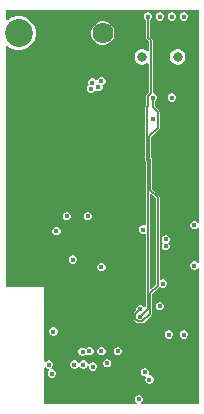
<source format=gbl>
G04*
G04 #@! TF.GenerationSoftware,Altium Limited,Altium Designer,22.8.2 (66)*
G04*
G04 Layer_Physical_Order=8*
G04 Layer_Color=16711680*
%FSLAX44Y44*%
%MOMM*%
G71*
G04*
G04 #@! TF.SameCoordinates,1C822ADC-4D7C-47C7-80CC-BC155C960612*
G04*
G04*
G04 #@! TF.FilePolarity,Positive*
G04*
G01*
G75*
%ADD43C,0.1270*%
%ADD46C,2.3600*%
%ADD47C,1.7850*%
%ADD48C,0.8000*%
%ADD49C,0.4500*%
G36*
X1739131Y409779D02*
X1737861Y409527D01*
X1737804Y409664D01*
X1736814Y410654D01*
X1735520Y411190D01*
X1734120D01*
X1732826Y410654D01*
X1731836Y409664D01*
X1731300Y408370D01*
Y406970D01*
X1731836Y405676D01*
X1732826Y404686D01*
X1734120Y404150D01*
X1735520D01*
X1736814Y404686D01*
X1737804Y405676D01*
X1737861Y405813D01*
X1739131Y405561D01*
Y375489D01*
X1737861Y375237D01*
X1737804Y375374D01*
X1736814Y376364D01*
X1735520Y376900D01*
X1734120D01*
X1732826Y376364D01*
X1731836Y375374D01*
X1731300Y374080D01*
Y372680D01*
X1731836Y371386D01*
X1732826Y370396D01*
X1734120Y369860D01*
X1735520D01*
X1736814Y370396D01*
X1737804Y371386D01*
X1737861Y371523D01*
X1739131Y371271D01*
Y256039D01*
X1689939D01*
X1689687Y257309D01*
X1689824Y257366D01*
X1690814Y258356D01*
X1691350Y259650D01*
Y261050D01*
X1690814Y262344D01*
X1689824Y263334D01*
X1688530Y263870D01*
X1687130D01*
X1685836Y263334D01*
X1684846Y262344D01*
X1684310Y261050D01*
Y259650D01*
X1684846Y258356D01*
X1685836Y257366D01*
X1685973Y257309D01*
X1685721Y256039D01*
X1607724D01*
Y286726D01*
X1608994Y287218D01*
X1609636Y286576D01*
X1610930Y286040D01*
X1611633D01*
X1611897Y285496D01*
X1612022Y284770D01*
X1611186Y283934D01*
X1610650Y282640D01*
Y281240D01*
X1611186Y279946D01*
X1612176Y278956D01*
X1613470Y278420D01*
X1614870D01*
X1616164Y278956D01*
X1617154Y279946D01*
X1617690Y281240D01*
Y282640D01*
X1617154Y283934D01*
X1616164Y284924D01*
X1614870Y285460D01*
X1614167D01*
X1613903Y286004D01*
X1613778Y286730D01*
X1614614Y287566D01*
X1615150Y288860D01*
Y290260D01*
X1614614Y291554D01*
X1613624Y292544D01*
X1612330Y293080D01*
X1610930D01*
X1609636Y292544D01*
X1608994Y291902D01*
X1607724Y292395D01*
Y355313D01*
X1575569D01*
Y558909D01*
X1576742Y559395D01*
X1577370Y558767D01*
X1580631Y556885D01*
X1584268Y555910D01*
X1588033D01*
X1591670Y556885D01*
X1594931Y558767D01*
X1597593Y561430D01*
X1599476Y564691D01*
X1600450Y568328D01*
Y572093D01*
X1599476Y575730D01*
X1597593Y578991D01*
X1594931Y581653D01*
X1591670Y583536D01*
X1588033Y584510D01*
X1584268D01*
X1580631Y583536D01*
X1577370Y581653D01*
X1576742Y581026D01*
X1575569Y581512D01*
Y589781D01*
X1739131D01*
Y409779D01*
D02*
G37*
%LPC*%
G36*
X1726630Y587720D02*
X1725230D01*
X1723936Y587184D01*
X1722946Y586194D01*
X1722410Y584900D01*
Y583500D01*
X1722946Y582206D01*
X1723936Y581216D01*
X1725230Y580680D01*
X1726630D01*
X1727924Y581216D01*
X1728914Y582206D01*
X1729450Y583500D01*
Y584900D01*
X1728914Y586194D01*
X1727924Y587184D01*
X1726630Y587720D01*
D02*
G37*
G36*
X1716470D02*
X1715070D01*
X1713776Y587184D01*
X1712786Y586194D01*
X1712250Y584900D01*
Y583500D01*
X1712786Y582206D01*
X1713776Y581216D01*
X1715070Y580680D01*
X1716470D01*
X1717764Y581216D01*
X1718754Y582206D01*
X1719290Y583500D01*
Y584900D01*
X1718754Y586194D01*
X1717764Y587184D01*
X1716470Y587720D01*
D02*
G37*
G36*
X1706310D02*
X1704910D01*
X1703616Y587184D01*
X1702626Y586194D01*
X1702090Y584900D01*
Y583500D01*
X1702626Y582206D01*
X1703616Y581216D01*
X1704910Y580680D01*
X1706310D01*
X1707604Y581216D01*
X1708594Y582206D01*
X1709130Y583500D01*
Y584900D01*
X1708594Y586194D01*
X1707604Y587184D01*
X1706310Y587720D01*
D02*
G37*
G36*
X1658642Y580024D02*
X1656058D01*
X1653562Y579355D01*
X1651324Y578063D01*
X1649497Y576236D01*
X1648205Y573998D01*
X1647536Y571502D01*
Y568918D01*
X1648205Y566422D01*
X1649497Y564184D01*
X1651324Y562357D01*
X1653562Y561065D01*
X1656058Y560396D01*
X1658642D01*
X1661138Y561065D01*
X1663376Y562357D01*
X1665203Y564184D01*
X1666495Y566422D01*
X1667164Y568918D01*
Y571502D01*
X1666495Y573998D01*
X1665203Y576236D01*
X1663376Y578063D01*
X1661138Y579355D01*
X1658642Y580024D01*
D02*
G37*
G36*
X1696150Y587720D02*
X1694750D01*
X1693456Y587184D01*
X1692466Y586194D01*
X1691930Y584900D01*
Y583500D01*
X1692466Y582206D01*
X1693456Y581216D01*
X1693800Y581073D01*
Y566288D01*
X1694284Y565121D01*
X1696095Y563310D01*
Y555413D01*
X1694825Y554887D01*
X1694601Y555111D01*
X1693119Y555967D01*
X1691465Y556410D01*
X1689754D01*
X1688101Y555967D01*
X1686619Y555111D01*
X1685408Y553901D01*
X1684553Y552419D01*
X1684110Y550766D01*
Y549054D01*
X1684553Y547401D01*
X1685408Y545919D01*
X1686619Y544709D01*
X1688101Y543853D01*
X1689754Y543410D01*
X1691465D01*
X1693119Y543853D01*
X1694601Y544709D01*
X1694825Y544933D01*
X1696095Y544407D01*
Y520319D01*
X1694284Y518507D01*
X1693800Y517341D01*
Y509248D01*
X1693423Y508871D01*
X1692940Y507704D01*
Y463084D01*
X1693423Y461917D01*
X1693800Y461540D01*
Y407992D01*
X1692530Y407158D01*
X1691995Y407380D01*
X1690595D01*
X1689301Y406844D01*
X1688311Y405854D01*
X1687775Y404560D01*
Y403160D01*
X1688311Y401866D01*
X1689301Y400876D01*
X1690595Y400340D01*
X1691995D01*
X1692530Y400562D01*
X1693800Y399728D01*
Y338524D01*
X1693541Y338345D01*
X1692084Y338544D01*
X1691094Y339534D01*
X1689800Y340070D01*
X1688400D01*
X1687106Y339534D01*
X1686116Y338544D01*
X1685580Y337250D01*
Y335850D01*
X1685723Y335505D01*
X1683779Y333561D01*
X1683295Y332395D01*
Y328479D01*
X1683779Y327313D01*
X1686212Y324879D01*
X1687379Y324395D01*
X1690821D01*
X1691987Y324879D01*
X1698143Y331034D01*
X1698626Y332201D01*
Y334340D01*
X1698775Y334489D01*
X1699259Y335656D01*
Y349526D01*
X1704926Y355193D01*
X1705921Y355391D01*
X1706156Y355156D01*
X1707450Y354620D01*
X1708850D01*
X1710144Y355156D01*
X1711134Y356146D01*
X1711670Y357440D01*
Y358840D01*
X1711134Y360134D01*
X1710144Y361124D01*
X1708850Y361660D01*
X1707450D01*
X1706680Y361341D01*
X1705410Y362037D01*
Y431076D01*
X1704926Y432242D01*
X1699259Y437910D01*
Y463117D01*
X1698775Y464284D01*
X1698398Y464661D01*
Y482453D01*
X1704926Y488981D01*
X1705410Y490147D01*
Y503355D01*
X1704926Y504521D01*
X1701254Y508193D01*
Y512493D01*
X1701599Y512636D01*
X1702589Y513626D01*
X1703125Y514920D01*
Y516320D01*
X1702589Y517614D01*
X1701599Y518604D01*
X1700305Y519140D01*
X1699726D01*
X1699394Y519636D01*
Y563993D01*
X1698911Y565160D01*
X1697100Y566971D01*
Y581073D01*
X1697444Y581216D01*
X1698434Y582206D01*
X1698970Y583500D01*
Y584900D01*
X1698434Y586194D01*
X1697444Y587184D01*
X1696150Y587720D01*
D02*
G37*
G36*
X1721466Y556410D02*
X1719754D01*
X1718101Y555967D01*
X1716619Y555111D01*
X1715409Y553901D01*
X1714553Y552419D01*
X1714110Y550766D01*
Y549054D01*
X1714553Y547401D01*
X1715409Y545919D01*
X1716619Y544709D01*
X1718101Y543853D01*
X1719754Y543410D01*
X1721466D01*
X1723119Y543853D01*
X1724601Y544709D01*
X1725811Y545919D01*
X1726667Y547401D01*
X1727110Y549054D01*
Y550766D01*
X1726667Y552419D01*
X1725811Y553901D01*
X1724601Y555111D01*
X1723119Y555967D01*
X1721466Y556410D01*
D02*
G37*
G36*
X1656780Y533110D02*
X1655380D01*
X1654086Y532574D01*
X1653096Y531584D01*
X1652694Y530614D01*
X1651870Y530416D01*
X1651591Y530390D01*
X1651342Y530416D01*
X1650454Y531304D01*
X1649160Y531840D01*
X1647760D01*
X1646466Y531304D01*
X1645476Y530314D01*
X1644940Y529020D01*
Y527620D01*
X1645471Y526338D01*
X1645196Y526224D01*
X1644206Y525234D01*
X1643670Y523940D01*
Y522540D01*
X1644206Y521246D01*
X1645196Y520256D01*
X1646490Y519720D01*
X1647890D01*
X1649184Y520256D01*
X1650102Y521174D01*
X1650439Y521402D01*
X1651466Y521606D01*
X1651546Y521526D01*
X1652840Y520990D01*
X1654240D01*
X1655534Y521526D01*
X1656524Y522516D01*
X1657060Y523810D01*
Y525210D01*
X1656733Y525999D01*
X1656780Y526070D01*
X1658074Y526606D01*
X1659064Y527596D01*
X1659600Y528890D01*
Y530290D01*
X1659064Y531584D01*
X1658074Y532574D01*
X1656780Y533110D01*
D02*
G37*
G36*
X1716470Y519140D02*
X1715070D01*
X1713776Y518604D01*
X1712786Y517614D01*
X1712250Y516320D01*
Y514920D01*
X1712786Y513626D01*
X1713776Y512636D01*
X1715070Y512100D01*
X1716470D01*
X1717764Y512636D01*
X1718754Y513626D01*
X1719290Y514920D01*
Y516320D01*
X1718754Y517614D01*
X1717764Y518604D01*
X1716470Y519140D01*
D02*
G37*
G36*
X1645350Y418810D02*
X1643950D01*
X1642656Y418274D01*
X1641666Y417284D01*
X1641130Y415990D01*
Y414590D01*
X1641666Y413296D01*
X1642656Y412306D01*
X1643950Y411770D01*
X1645350D01*
X1646644Y412306D01*
X1647634Y413296D01*
X1648170Y414590D01*
Y415990D01*
X1647634Y417284D01*
X1646644Y418274D01*
X1645350Y418810D01*
D02*
G37*
G36*
X1627570D02*
X1626170D01*
X1624876Y418274D01*
X1623886Y417284D01*
X1623350Y415990D01*
Y414590D01*
X1623886Y413296D01*
X1624876Y412306D01*
X1626170Y411770D01*
X1627570D01*
X1628864Y412306D01*
X1629854Y413296D01*
X1630390Y414590D01*
Y415990D01*
X1629854Y417284D01*
X1628864Y418274D01*
X1627570Y418810D01*
D02*
G37*
G36*
X1618680Y406110D02*
X1617280D01*
X1615986Y405574D01*
X1614996Y404584D01*
X1614460Y403290D01*
Y401890D01*
X1614996Y400596D01*
X1615986Y399606D01*
X1617280Y399070D01*
X1618680D01*
X1619974Y399606D01*
X1620964Y400596D01*
X1621500Y401890D01*
Y403290D01*
X1620964Y404584D01*
X1619974Y405574D01*
X1618680Y406110D01*
D02*
G37*
G36*
X1711390Y399180D02*
X1709990D01*
X1708696Y398644D01*
X1707706Y397654D01*
X1707170Y396360D01*
Y394960D01*
X1707706Y393666D01*
X1708597Y392775D01*
X1707706Y391884D01*
X1707170Y390590D01*
Y389190D01*
X1707706Y387896D01*
X1708696Y386906D01*
X1709990Y386370D01*
X1711390D01*
X1712684Y386906D01*
X1713674Y387896D01*
X1714210Y389190D01*
Y390590D01*
X1713674Y391884D01*
X1712783Y392775D01*
X1713674Y393666D01*
X1714210Y394960D01*
Y396360D01*
X1713674Y397654D01*
X1712684Y398644D01*
X1711390Y399180D01*
D02*
G37*
G36*
X1632650Y381980D02*
X1631250D01*
X1629956Y381444D01*
X1628966Y380454D01*
X1628430Y379160D01*
Y377760D01*
X1628966Y376466D01*
X1629956Y375476D01*
X1631250Y374940D01*
X1632650D01*
X1633944Y375476D01*
X1634934Y376466D01*
X1635470Y377760D01*
Y379160D01*
X1634934Y380454D01*
X1633944Y381444D01*
X1632650Y381980D01*
D02*
G37*
G36*
X1656780Y375630D02*
X1655380D01*
X1654086Y375094D01*
X1653096Y374104D01*
X1652560Y372810D01*
Y371410D01*
X1653096Y370116D01*
X1654086Y369126D01*
X1655380Y368590D01*
X1656780D01*
X1658074Y369126D01*
X1659064Y370116D01*
X1659600Y371410D01*
Y372810D01*
X1659064Y374104D01*
X1658074Y375094D01*
X1656780Y375630D01*
D02*
G37*
G36*
X1706310Y342610D02*
X1704910D01*
X1703616Y342074D01*
X1702626Y341084D01*
X1702090Y339790D01*
Y338390D01*
X1702626Y337096D01*
X1703616Y336106D01*
X1704910Y335570D01*
X1706310D01*
X1707604Y336106D01*
X1708594Y337096D01*
X1709130Y338390D01*
Y339790D01*
X1708594Y341084D01*
X1707604Y342074D01*
X1706310Y342610D01*
D02*
G37*
G36*
X1616140Y321020D02*
X1614740D01*
X1613446Y320484D01*
X1612456Y319494D01*
X1611920Y318200D01*
Y316800D01*
X1612456Y315506D01*
X1613446Y314516D01*
X1614740Y313980D01*
X1616140D01*
X1617434Y314516D01*
X1618424Y315506D01*
X1618960Y316800D01*
Y318200D01*
X1618424Y319494D01*
X1617434Y320484D01*
X1616140Y321020D01*
D02*
G37*
G36*
X1726630Y318480D02*
X1725230D01*
X1723936Y317944D01*
X1722946Y316954D01*
X1722410Y315660D01*
Y314260D01*
X1722946Y312966D01*
X1723936Y311976D01*
X1725230Y311440D01*
X1726630D01*
X1727924Y311976D01*
X1728914Y312966D01*
X1729450Y314260D01*
Y315660D01*
X1728914Y316954D01*
X1727924Y317944D01*
X1726630Y318480D01*
D02*
G37*
G36*
X1713930D02*
X1712530D01*
X1711236Y317944D01*
X1710246Y316954D01*
X1709710Y315660D01*
Y314260D01*
X1710246Y312966D01*
X1711236Y311976D01*
X1712530Y311440D01*
X1713930D01*
X1715224Y311976D01*
X1716214Y312966D01*
X1716750Y314260D01*
Y315660D01*
X1716214Y316954D01*
X1715224Y317944D01*
X1713930Y318480D01*
D02*
G37*
G36*
X1646620Y304510D02*
X1645220D01*
X1643926Y303974D01*
X1642936Y302984D01*
X1642262Y303358D01*
X1642167Y303452D01*
X1640874Y303988D01*
X1639473D01*
X1638180Y303452D01*
X1637189Y302462D01*
X1636653Y301168D01*
Y299768D01*
X1637189Y298474D01*
X1638180Y297484D01*
X1639473Y296948D01*
X1640874D01*
X1642167Y297484D01*
X1643158Y298474D01*
X1643832Y298100D01*
X1643926Y298006D01*
X1645220Y297470D01*
X1646620D01*
X1647914Y298006D01*
X1648904Y298996D01*
X1649440Y300290D01*
Y301690D01*
X1648904Y302984D01*
X1647914Y303974D01*
X1646620Y304510D01*
D02*
G37*
G36*
X1670750D02*
X1669350D01*
X1668056Y303974D01*
X1667066Y302984D01*
X1666530Y301690D01*
Y300290D01*
X1667066Y298996D01*
X1668056Y298006D01*
X1669350Y297470D01*
X1670750D01*
X1672044Y298006D01*
X1673034Y298996D01*
X1673570Y300290D01*
Y301690D01*
X1673034Y302984D01*
X1672044Y303974D01*
X1670750Y304510D01*
D02*
G37*
G36*
X1656780D02*
X1655380D01*
X1654086Y303974D01*
X1653096Y302984D01*
X1652560Y301690D01*
Y300290D01*
X1653096Y298996D01*
X1654086Y298006D01*
X1655380Y297470D01*
X1656780D01*
X1658074Y298006D01*
X1659064Y298996D01*
X1659600Y300290D01*
Y301690D01*
X1659064Y302984D01*
X1658074Y303974D01*
X1656780Y304510D01*
D02*
G37*
G36*
X1641540Y293080D02*
X1640140D01*
X1638846Y292544D01*
X1637856Y291554D01*
X1637717Y291219D01*
X1636343D01*
X1636204Y291554D01*
X1635214Y292544D01*
X1633920Y293080D01*
X1632520D01*
X1631226Y292544D01*
X1630236Y291554D01*
X1629700Y290260D01*
Y288860D01*
X1630236Y287566D01*
X1631226Y286576D01*
X1632520Y286040D01*
X1633920D01*
X1635214Y286576D01*
X1636204Y287566D01*
X1636343Y287901D01*
X1637717D01*
X1637856Y287566D01*
X1638846Y286576D01*
X1640140Y286040D01*
X1641540D01*
X1642834Y286576D01*
X1643824Y287566D01*
X1644079Y288183D01*
X1644110Y288256D01*
X1645380Y288004D01*
X1645380Y287909D01*
Y287150D01*
X1645916Y285856D01*
X1646906Y284866D01*
X1648200Y284330D01*
X1649600D01*
X1650894Y284866D01*
X1651884Y285856D01*
X1652420Y287150D01*
Y288550D01*
X1651884Y289844D01*
X1650894Y290834D01*
X1649600Y291370D01*
X1648200D01*
X1646906Y290834D01*
X1645916Y289844D01*
X1645660Y289227D01*
X1645630Y289154D01*
X1644360Y289407D01*
X1644360Y289501D01*
Y290260D01*
X1643824Y291554D01*
X1642834Y292544D01*
X1641540Y293080D01*
D02*
G37*
G36*
X1661623Y294113D02*
X1660223D01*
X1658929Y293577D01*
X1657939Y292587D01*
X1657403Y291293D01*
Y289893D01*
X1657939Y288599D01*
X1658929Y287609D01*
X1660223Y287073D01*
X1661623D01*
X1662917Y287609D01*
X1663907Y288599D01*
X1664443Y289893D01*
Y291293D01*
X1663907Y292587D01*
X1662917Y293577D01*
X1661623Y294113D01*
D02*
G37*
G36*
X1693610Y286730D02*
X1692210D01*
X1690916Y286194D01*
X1689926Y285204D01*
X1689390Y283910D01*
Y282510D01*
X1689926Y281216D01*
X1690916Y280226D01*
X1692210Y279690D01*
X1692812D01*
X1692998Y279522D01*
X1693556Y278420D01*
X1693200Y277560D01*
Y276160D01*
X1693736Y274866D01*
X1694726Y273876D01*
X1696020Y273340D01*
X1697420D01*
X1698714Y273876D01*
X1699704Y274866D01*
X1700240Y276160D01*
Y277560D01*
X1699704Y278854D01*
X1698714Y279844D01*
X1697420Y280380D01*
X1696818D01*
X1696632Y280548D01*
X1696074Y281650D01*
X1696430Y282510D01*
Y283910D01*
X1695894Y285204D01*
X1694904Y286194D01*
X1693610Y286730D01*
D02*
G37*
%LPD*%
G36*
X1702110Y430393D02*
Y357043D01*
X1698273Y353206D01*
X1697100Y353692D01*
Y433744D01*
X1698273Y434230D01*
X1702110Y430393D01*
D02*
G37*
D43*
X1689100Y330200D02*
X1695450Y336550D01*
X1697609Y350209D02*
X1703760Y356360D01*
X1697609Y437227D02*
X1703760Y431076D01*
X1696748Y483136D02*
X1703760Y490147D01*
X1696748Y463978D02*
Y483136D01*
X1703760Y490147D02*
Y503355D01*
X1697609Y437227D02*
Y463117D01*
X1699605Y507510D02*
X1703760Y503355D01*
Y356360D02*
Y431076D01*
X1699605Y507510D02*
Y515620D01*
X1697609Y335656D02*
Y350209D01*
X1695450Y508565D02*
Y517341D01*
X1697745Y519636D01*
X1695450Y336550D02*
Y462223D01*
X1694589Y463084D02*
X1695450Y462223D01*
Y566288D02*
X1697745Y563993D01*
X1696748Y463978D02*
X1697609Y463117D01*
X1697745Y519636D02*
Y563993D01*
X1696977Y335023D02*
X1697609Y335656D01*
X1694589Y463084D02*
Y507704D01*
X1695450Y508565D01*
X1684945Y328479D02*
Y332395D01*
X1687379Y326045D02*
X1690821D01*
X1696977Y332201D02*
Y335023D01*
X1684945Y332395D02*
X1689100Y336550D01*
X1684945Y328479D02*
X1687379Y326045D01*
X1690821D02*
X1696977Y332201D01*
X1695450Y566288D02*
Y584200D01*
D46*
X1586150Y570210D02*
D03*
D47*
X1657350Y275610D02*
D03*
Y570210D02*
D03*
D48*
X1690610Y549910D02*
D03*
X1720610D02*
D03*
D49*
X1701764Y448056D02*
D03*
Y348488D02*
D03*
X1690434Y485394D02*
D03*
X1700903Y472948D02*
D03*
X1691295Y510286D02*
D03*
X1699605Y515620D02*
D03*
X1709467Y425023D02*
D03*
X1717548Y435610D02*
D03*
Y485394D02*
D03*
Y460502D02*
D03*
X1715770Y515620D02*
D03*
X1673987Y472948D02*
D03*
X1711325Y448056D02*
D03*
X1736217Y298704D02*
D03*
X1667764Y460502D02*
D03*
X1699605Y497840D02*
D03*
X1615440Y317500D02*
D03*
X1617980Y303530D02*
D03*
X1689100Y336550D02*
D03*
X1614170Y281940D02*
D03*
X1633220Y289560D02*
D03*
X1711325Y472948D02*
D03*
X1633220Y331580D02*
D03*
X1711325Y497840D02*
D03*
X1649095Y348488D02*
D03*
X1699605Y423164D02*
D03*
X1691295Y460502D02*
D03*
Y435610D02*
D03*
X1689100Y330200D02*
D03*
X1611630Y289560D02*
D03*
X1648900Y287850D02*
D03*
X1695450Y584200D02*
D03*
X1715770D02*
D03*
X1705610D02*
D03*
X1725930D02*
D03*
X1605534Y460502D02*
D03*
X1661541Y398272D02*
D03*
X1586865D02*
D03*
X1661541Y497840D02*
D03*
X1680210Y261366D02*
D03*
X1642872Y510286D02*
D03*
X1736217Y547624D02*
D03*
X1705102Y286258D02*
D03*
X1617980Y410718D02*
D03*
Y485394D02*
D03*
X1586865Y547624D02*
D03*
X1673987Y448056D02*
D03*
X1705102Y460502D02*
D03*
X1599311Y472948D02*
D03*
X1723771Y273812D02*
D03*
X1624203Y497840D02*
D03*
X1630426Y485394D02*
D03*
X1661541Y423164D02*
D03*
X1586865Y497840D02*
D03*
X1723771Y298704D02*
D03*
X1736217Y273812D02*
D03*
X1605534Y385826D02*
D03*
X1586865Y373380D02*
D03*
X1649095Y497840D02*
D03*
X1636649Y348488D02*
D03*
X1667764Y510286D02*
D03*
X1717548Y286258D02*
D03*
X1642872Y435610D02*
D03*
X1611757Y572516D02*
D03*
X1605534Y410718D02*
D03*
X1630426Y460502D02*
D03*
X1605534Y510286D02*
D03*
X1661541Y448056D02*
D03*
X1580642Y510286D02*
D03*
X1593088Y535178D02*
D03*
X1667764Y385826D02*
D03*
X1586865Y522732D02*
D03*
X1580642Y460502D02*
D03*
X1611757Y472948D02*
D03*
X1605534Y560070D02*
D03*
X1599311Y398272D02*
D03*
X1736217Y348488D02*
D03*
X1593088Y460502D02*
D03*
X1692656Y311150D02*
D03*
X1611757Y448056D02*
D03*
X1661541Y348488D02*
D03*
X1605534Y435610D02*
D03*
X1655318Y485394D02*
D03*
X1673987Y572516D02*
D03*
X1736217Y323596D02*
D03*
X1642872Y460502D02*
D03*
X1655318D02*
D03*
X1636649Y472948D02*
D03*
X1593088Y485394D02*
D03*
X1636649Y423164D02*
D03*
X1661541Y472948D02*
D03*
X1673987Y522732D02*
D03*
Y547624D02*
D03*
X1611757Y373380D02*
D03*
X1617980Y261366D02*
D03*
X1580642Y410718D02*
D03*
Y535178D02*
D03*
X1617980D02*
D03*
X1705102Y485394D02*
D03*
X1593088Y360934D02*
D03*
X1673987Y423164D02*
D03*
X1617980Y460502D02*
D03*
X1729994Y286258D02*
D03*
X1655318Y510286D02*
D03*
X1667764Y535178D02*
D03*
X1599311Y497840D02*
D03*
X1593088Y510286D02*
D03*
X1649095Y423164D02*
D03*
X1586865Y472948D02*
D03*
X1599311Y373380D02*
D03*
X1667764Y560070D02*
D03*
X1655318Y385826D02*
D03*
X1624203Y423164D02*
D03*
X1611757Y497840D02*
D03*
X1593088Y410718D02*
D03*
X1624203Y448056D02*
D03*
X1617980Y510286D02*
D03*
X1642872Y485394D02*
D03*
X1667764Y435610D02*
D03*
X1636649Y373380D02*
D03*
Y448056D02*
D03*
X1624203Y472948D02*
D03*
X1705102Y435610D02*
D03*
X1593088Y385826D02*
D03*
X1649095Y373380D02*
D03*
X1630426Y435610D02*
D03*
X1599311Y522732D02*
D03*
X1655318Y261366D02*
D03*
X1611757Y522732D02*
D03*
X1617980Y336042D02*
D03*
X1667764Y485394D02*
D03*
X1580642Y435610D02*
D03*
X1630426Y261366D02*
D03*
X1636649Y497840D02*
D03*
X1611757Y547624D02*
D03*
X1624203D02*
D03*
X1642872Y261366D02*
D03*
X1593088Y435610D02*
D03*
X1580642Y385826D02*
D03*
X1630426Y510286D02*
D03*
X1673987Y497840D02*
D03*
X1736217Y398272D02*
D03*
X1605534Y485394D02*
D03*
X1599311Y423164D02*
D03*
X1605534Y535178D02*
D03*
X1673987Y348488D02*
D03*
X1736217Y572516D02*
D03*
X1586865Y448056D02*
D03*
X1611757Y423164D02*
D03*
X1649095Y448056D02*
D03*
X1692431Y288960D02*
D03*
X1580642Y485394D02*
D03*
X1649095Y472948D02*
D03*
X1586865Y423164D02*
D03*
X1655318Y435610D02*
D03*
X1667764Y261366D02*
D03*
X1617980Y435610D02*
D03*
X1611757Y398272D02*
D03*
X1599311Y448056D02*
D03*
Y547624D02*
D03*
X1670050Y300990D02*
D03*
X1656080D02*
D03*
X1645920D02*
D03*
X1640173Y300468D02*
D03*
X1640840Y289560D02*
D03*
X1656080Y372110D02*
D03*
X1626870Y415290D02*
D03*
X1644650D02*
D03*
X1617980Y402590D02*
D03*
X1631950Y378460D02*
D03*
X1708150Y358140D02*
D03*
X1734820Y407670D02*
D03*
X1710690Y389890D02*
D03*
X1734820Y373380D02*
D03*
X1710690Y395660D02*
D03*
X1687830Y260350D02*
D03*
X1660923Y290593D02*
D03*
X1696720Y276860D02*
D03*
X1692910Y283210D02*
D03*
X1725930Y314960D02*
D03*
X1713230D02*
D03*
X1705610Y339090D02*
D03*
X1648460Y528320D02*
D03*
X1653540Y524510D02*
D03*
X1647190Y523240D02*
D03*
X1656080Y529590D02*
D03*
X1691295Y403860D02*
D03*
M02*

</source>
